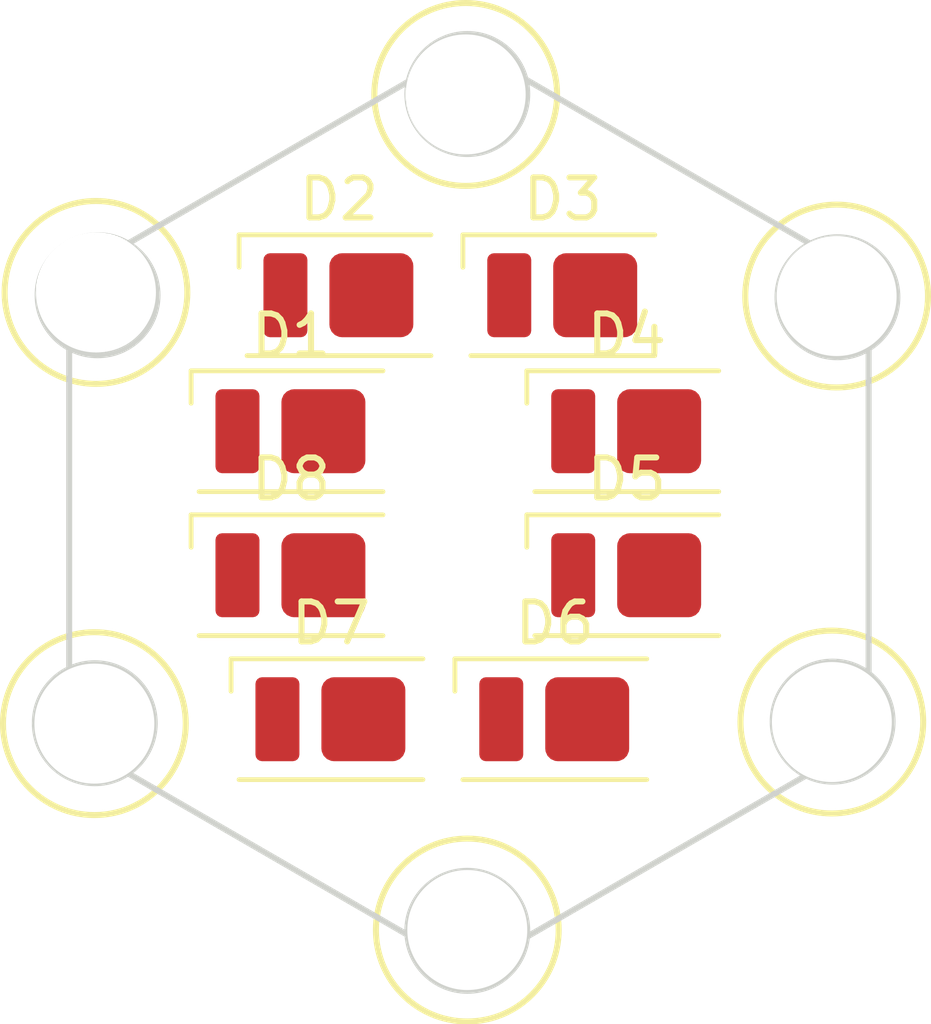
<source format=kicad_pcb>
(kicad_pcb (version 20241229) (generator "pcbnew") (generator_version "9.0")
  (layers (0 "F.Cu" signal) (2 "B.Cu" signal) (13 "F.Paste" user) (15 "B.Paste" user) (5 "F.SilkS" user "F.Silkscreen") (7 "B.SilkS" user "B.Silkscreen") (1 "F.Mask" user) (3 "B.Mask" user) (25 "Edge.Cuts" user))
  (net 0 "")
  (net 1 "Net-(D1-A)")
  (net 2 "/LED-")
  (net 3 "Net-(D2-A)")
  (net 4 "Net-(D3-A)")
  (net 5 "/LED+")
  (net 6 "Net-(D5-K)")
  (net 7 "Net-(D6-K)")
  (net 8 "Net-(D7-K)")
  (footprint "Connect:1pin" (layer "F.Cu") (at 146.64 88.02)
    (property "Reference" "REF**" (hide yes))
    (property "Value" "1pin" (hide yes))
    (fp_circle (center 0 0) (end 0 -2.286) (stroke (width 0.15)) (fill no) (layer "F.SilkS"))
    (pad "" np_thru_hole circle (at 0 0) (size 3 3) (drill 3) (layers "*.Cu" "*.Mask"))
  )
  (footprint "Connect:1pin" (layer "F.Cu") (at 146.52 98.67)
    (property "Reference" "REF**" (hide yes))
    (property "Value" "1pin" (hide yes))
    (fp_circle (center 0 0) (end 0 -2.286) (stroke (width 0.15)) (fill no) (layer "F.SilkS"))
    (pad "" np_thru_hole circle (at 0 0) (size 3 3) (drill 3) (layers "*.Cu" "*.Mask"))
  )
  (footprint "LED_SMD:LED_Everlight-SMD3528_3.5x2.8mm_67-21ST" (layer "F.Cu") (at 141.390001 91.4)
    (property "Reference" "D4" (at 0 -2.4 0) (layer "F.SilkS"))
    (property "Value" "LED")
    (fp_line (start -2.5 -1.51) (end 2.3 -1.51) (stroke (width 0.12)) (layer "F.SilkS"))
    (fp_line (start -2.5 -0.7) (end -2.5 -1.51) (stroke (width 0.12)) (layer "F.SilkS"))
    (fp_line (start -2.3 1.51) (end 2.3 1.51) (stroke (width 0.12)) (layer "F.SilkS"))
    (pad "1" smd roundrect (at -1.34 0) (size 1.1 2.1) (layers "F.Cu" "F.Mask" "F.Paste") (roundrect_rratio 0.15) (net 4 "Net-(D3-A)"))
    (pad "2" smd roundrect (at 0.809999 0) (size 2.1 2.1) (layers "F.Cu" "F.Mask" "F.Paste") (roundrect_rratio 0.15) (net 5 "/LED+"))
  )
  (footprint "Connect:1pin" (layer "F.Cu") (at 137.4 103.87)
    (property "Reference" "REF**" (hide yes))
    (property "Value" "1pin" (hide yes))
    (fp_circle (center 0 0) (end 0 -2.286) (stroke (width 0.15)) (fill no) (layer "F.SilkS"))
    (pad "" np_thru_hole circle (at 0 0) (size 3 3) (drill 3) (layers "*.Cu" "*.Mask"))
  )
  (footprint "LED_SMD:LED_Everlight-SMD3528_3.5x2.8mm_67-21ST" (layer "F.Cu") (at 141.390001 95)
    (property "Reference" "D5" (at 0 -2.4 0) (layer "F.SilkS"))
    (property "Value" "LED")
    (fp_line (start -2.5 -1.51) (end 2.3 -1.51) (stroke (width 0.12)) (layer "F.SilkS"))
    (fp_line (start -2.5 -0.7) (end -2.5 -1.51) (stroke (width 0.12)) (layer "F.SilkS"))
    (fp_line (start -2.3 1.51) (end 2.3 1.51) (stroke (width 0.12)) (layer "F.SilkS"))
    (pad "1" smd roundrect (at -1.34 0) (size 1.1 2.1) (layers "F.Cu" "F.Mask" "F.Paste") (roundrect_rratio 0.15) (net 6 "Net-(D5-K)"))
    (pad "2" smd roundrect (at 0.809999 0) (size 2.1 2.1) (layers "F.Cu" "F.Mask" "F.Paste") (roundrect_rratio 0.15) (net 5 "/LED+"))
  )
  (footprint "LED_SMD:LED_Everlight-SMD3528_3.5x2.8mm_67-21ST" (layer "F.Cu") (at 133.990001 98.6)
    (property "Reference" "D7" (at 0 -2.4 0) (layer "F.SilkS"))
    (property "Value" "LED")
    (fp_line (start -2.5 -1.51) (end 2.3 -1.51) (stroke (width 0.12)) (layer "F.SilkS"))
    (fp_line (start -2.5 -0.7) (end -2.5 -1.51) (stroke (width 0.12)) (layer "F.SilkS"))
    (fp_line (start -2.3 1.51) (end 2.3 1.51) (stroke (width 0.12)) (layer "F.SilkS"))
    (pad "1" smd roundrect (at -1.34 0) (size 1.1 2.1) (layers "F.Cu" "F.Mask" "F.Paste") (roundrect_rratio 0.15) (net 8 "Net-(D7-K)"))
    (pad "2" smd roundrect (at 0.809999 0) (size 2.1 2.1) (layers "F.Cu" "F.Mask" "F.Paste") (roundrect_rratio 0.15) (net 7 "Net-(D6-K)"))
  )
  (footprint "Connect:1pin" (layer "F.Cu") (at 137.36 82.98)
    (property "Reference" "REF**" (hide yes))
    (property "Value" "1pin" (hide yes))
    (fp_circle (center 0 0) (end 0 -2.286) (stroke (width 0.15)) (fill no) (layer "F.SilkS"))
    (pad "" np_thru_hole circle (at 0 0) (size 3 3) (drill 3) (layers "*.Cu" "*.Mask"))
  )
  (footprint "LED_SMD:LED_Everlight-SMD3528_3.5x2.8mm_67-21ST" (layer "F.Cu") (at 132.990001 95)
    (property "Reference" "D8" (at 0 -2.4 0) (layer "F.SilkS"))
    (property "Value" "LED")
    (fp_line (start -2.5 -1.51) (end 2.3 -1.51) (stroke (width 0.12)) (layer "F.SilkS"))
    (fp_line (start -2.5 -0.7) (end -2.5 -1.51) (stroke (width 0.12)) (layer "F.SilkS"))
    (fp_line (start -2.3 1.51) (end 2.3 1.51) (stroke (width 0.12)) (layer "F.SilkS"))
    (pad "1" smd roundrect (at -1.34 0) (size 1.1 2.1) (layers "F.Cu" "F.Mask" "F.Paste") (roundrect_rratio 0.15) (net 2 "/LED-"))
    (pad "2" smd roundrect (at 0.809999 0) (size 2.1 2.1) (layers "F.Cu" "F.Mask" "F.Paste") (roundrect_rratio 0.15) (net 8 "Net-(D7-K)"))
  )
  (footprint "LED_SMD:LED_Everlight-SMD3528_3.5x2.8mm_67-21ST" (layer "F.Cu") (at 132.990001 91.4)
    (property "Reference" "D1" (at 0 -2.4 0) (layer "F.SilkS"))
    (property "Value" "LED")
    (fp_line (start -2.5 -1.51) (end 2.3 -1.51) (stroke (width 0.12)) (layer "F.SilkS"))
    (fp_line (start -2.5 -0.7) (end -2.5 -1.51) (stroke (width 0.12)) (layer "F.SilkS"))
    (fp_line (start -2.3 1.51) (end 2.3 1.51) (stroke (width 0.12)) (layer "F.SilkS"))
    (pad "1" smd roundrect (at -1.34 0) (size 1.1 2.1) (layers "F.Cu" "F.Mask" "F.Paste") (roundrect_rratio 0.15) (net 2 "/LED-"))
    (pad "2" smd roundrect (at 0.809999 0) (size 2.1 2.1) (layers "F.Cu" "F.Mask" "F.Paste") (roundrect_rratio 0.15) (net 1 "Net-(D1-A)"))
  )
  (footprint "LED_SMD:LED_Everlight-SMD3528_3.5x2.8mm_67-21ST" (layer "F.Cu") (at 134.190001 88)
    (property "Reference" "D2" (at 0 -2.4 0) (layer "F.SilkS"))
    (property "Value" "LED")
    (fp_line (start -2.5 -1.51) (end 2.3 -1.51) (stroke (width 0.12)) (layer "F.SilkS"))
    (fp_line (start -2.5 -0.7) (end -2.5 -1.51) (stroke (width 0.12)) (layer "F.SilkS"))
    (fp_line (start -2.3 1.51) (end 2.3 1.51) (stroke (width 0.12)) (layer "F.SilkS"))
    (pad "1" smd roundrect (at -1.34 0) (size 1.1 2.1) (layers "F.Cu" "F.Mask" "F.Paste") (roundrect_rratio 0.15) (net 1 "Net-(D1-A)"))
    (pad "2" smd roundrect (at 0.809999 0) (size 2.1 2.1) (layers "F.Cu" "F.Mask" "F.Paste") (roundrect_rratio 0.15) (net 3 "Net-(D2-A)"))
  )
  (footprint "Connect:1pin" (layer "F.Cu") (at 128.07 98.71)
    (property "Reference" "REF**" (hide yes))
    (property "Value" "1pin" (hide yes))
    (fp_circle (center 0 0) (end 0 -2.286) (stroke (width 0.15)) (fill no) (layer "F.SilkS"))
    (pad "" np_thru_hole circle (at 0 0) (size 3 3) (drill 3) (layers "*.Cu" "*.Mask"))
  )
  (footprint "LED_SMD:LED_Everlight-SMD3528_3.5x2.8mm_67-21ST" (layer "F.Cu") (at 139.59 98.6)
    (property "Reference" "D6" (at 0 -2.4 0) (layer "F.SilkS"))
    (property "Value" "LED")
    (fp_line (start -2.5 -1.51) (end 2.3 -1.51) (stroke (width 0.12)) (layer "F.SilkS"))
    (fp_line (start -2.5 -0.7) (end -2.5 -1.51) (stroke (width 0.12)) (layer "F.SilkS"))
    (fp_line (start -2.3 1.51) (end 2.3 1.51) (stroke (width 0.12)) (layer "F.SilkS"))
    (pad "1" smd roundrect (at -1.34 0) (size 1.1 2.1) (layers "F.Cu" "F.Mask" "F.Paste") (roundrect_rratio 0.15) (net 7 "Net-(D6-K)"))
    (pad "2" smd roundrect (at 0.81 0) (size 2.1 2.1) (layers "F.Cu" "F.Mask" "F.Paste") (roundrect_rratio 0.15) (net 6 "Net-(D5-K)"))
  )
  (footprint "Connect:1pin" (layer "F.Cu") (at 128.11 87.93)
    (property "Reference" "REF**" (hide yes))
    (property "Value" "1pin" (hide yes))
    (fp_circle (center 0 0) (end 0 -2.286) (stroke (width 0.15)) (fill no) (layer "F.SilkS"))
    (pad "" np_thru_hole circle (at 0 0) (size 3 3) (drill 3) (layers "*.Cu" "*.Mask"))
  )
  (footprint "LED_SMD:LED_Everlight-SMD3528_3.5x2.8mm_67-21ST" (layer "F.Cu") (at 139.790001 88)
    (property "Reference" "D3" (at 0 -2.4 0) (layer "F.SilkS"))
    (property "Value" "LED")
    (fp_line (start -2.5 -1.51) (end 2.3 -1.51) (stroke (width 0.12)) (layer "F.SilkS"))
    (fp_line (start -2.5 -0.7) (end -2.5 -1.51) (stroke (width 0.12)) (layer "F.SilkS"))
    (fp_line (start -2.3 1.51) (end 2.3 1.51) (stroke (width 0.12)) (layer "F.SilkS"))
    (pad "1" smd roundrect (at -1.34 0) (size 1.1 2.1) (layers "F.Cu" "F.Mask" "F.Paste") (roundrect_rratio 0.15) (net 3 "Net-(D2-A)"))
    (pad "2" smd roundrect (at 0.809999 0) (size 2.1 2.1) (layers "F.Cu" "F.Mask" "F.Paste") (roundrect_rratio 0.15) (net 4 "Net-(D3-A)"))
  )
  (gr_circle (center 128.08 98.7) (end 126.58 98.7) (stroke (width 0.15)) (fill no) (layer "Edge.Cuts"))
  (gr_line (start 127.44 87.5565) (end 137.44 81.783) (stroke (width 0.15)) (layer "Edge.Cuts"))
  (gr_line (start 137.44 81.783) (end 147.44 87.5565) (stroke (width 0.15)) (layer "Edge.Cuts"))
  (gr_circle (center 128.15 88) (end 126.65 88) (stroke (width 0.15)) (fill no) (layer "Edge.Cuts"))
  (gr_line (start 147.44 99.1035) (end 137.44 104.877) (stroke (width 0.15)) (layer "Edge.Cuts"))
  (gr_line (start 137.44 104.877) (end 127.44 99.1035) (stroke (width 0.15)) (layer "Edge.Cuts"))
  (gr_line (start 127.44 87.5565) (end 127.44 99.1035) (stroke (width 0.15)) (layer "Edge.Cuts"))
  (gr_line (start 147.44 87.5565) (end 147.44 99.1035) (stroke (width 0.15)) (layer "Edge.Cuts"))
  (gr_circle (center 146.54 98.66) (end 145.04 98.66) (stroke (width 0.15)) (fill no) (layer "Edge.Cuts"))
  (gr_circle (center 146.66 88.05) (end 145.16 88.05) (stroke (width 0.15)) (fill no) (layer "Edge.Cuts"))
  (gr_circle (center 137.4 82.97) (end 135.9 82.97) (stroke (width 0.15)) (fill no) (layer "Edge.Cuts"))
  (gr_circle (center 137.4 103.89) (end 135.9 103.89) (stroke (width 0.15)) (fill no) (layer "Edge.Cuts"))
)
</source>
